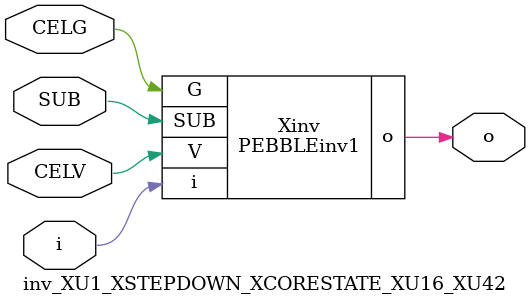
<source format=v>



module PEBBLEinv1 ( o, G, SUB, V, i );

  input V;
  input i;
  input G;
  output o;
  input SUB;
endmodule

//Celera Confidential Do Not Copy inv_XU1_XSTEPDOWN_XCORESTATE_XU16_XU42
//Celera Confidential Symbol Generator
//5V Inverter
module inv_XU1_XSTEPDOWN_XCORESTATE_XU16_XU42 (CELV,CELG,i,o,SUB);
input CELV;
input CELG;
input i;
input SUB;
output o;

//Celera Confidential Do Not Copy inv
PEBBLEinv1 Xinv(
.V (CELV),
.i (i),
.o (o),
.SUB (SUB),
.G (CELG)
);
//,diesize,PEBBLEinv1

//Celera Confidential Do Not Copy Module End
//Celera Schematic Generator
endmodule

</source>
